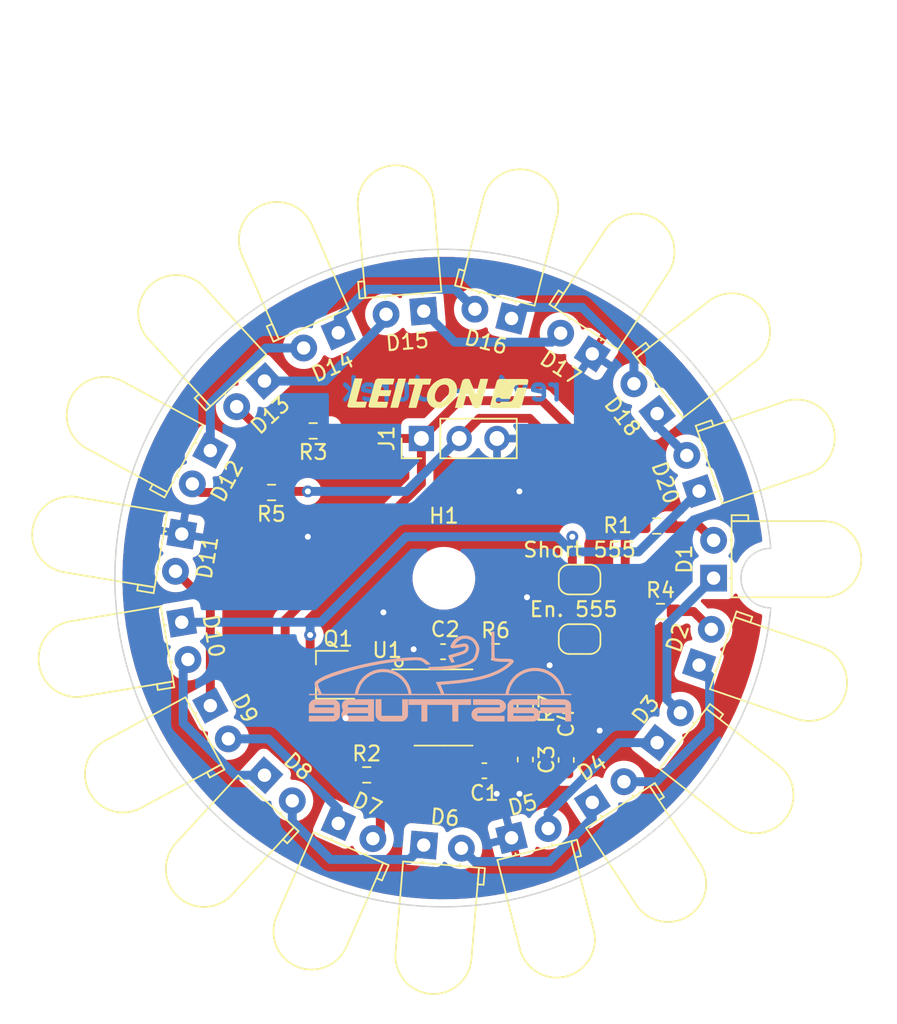
<source format=kicad_pcb>
(kicad_pcb (version 20211014) (generator pcbnew)

  (general
    (thickness 1.6)
  )

  (paper "A4")
  (layers
    (0 "F.Cu" signal)
    (31 "B.Cu" signal)
    (32 "B.Adhes" user "B.Adhesive")
    (33 "F.Adhes" user "F.Adhesive")
    (34 "B.Paste" user)
    (35 "F.Paste" user)
    (36 "B.SilkS" user "B.Silkscreen")
    (37 "F.SilkS" user "F.Silkscreen")
    (38 "B.Mask" user)
    (39 "F.Mask" user)
    (40 "Dwgs.User" user "User.Drawings")
    (41 "Cmts.User" user "User.Comments")
    (42 "Eco1.User" user "User.Eco1")
    (43 "Eco2.User" user "User.Eco2")
    (44 "Edge.Cuts" user)
    (45 "Margin" user)
    (46 "B.CrtYd" user "B.Courtyard")
    (47 "F.CrtYd" user "F.Courtyard")
    (48 "B.Fab" user)
    (49 "F.Fab" user)
    (50 "User.1" user)
    (51 "User.2" user)
    (52 "User.3" user)
    (53 "User.4" user)
    (54 "User.5" user)
    (55 "User.6" user)
    (56 "User.7" user)
    (57 "User.8" user)
    (58 "User.9" user)
  )

  (setup
    (stackup
      (layer "F.SilkS" (type "Top Silk Screen"))
      (layer "F.Paste" (type "Top Solder Paste"))
      (layer "F.Mask" (type "Top Solder Mask") (thickness 0.01))
      (layer "F.Cu" (type "copper") (thickness 0.035))
      (layer "dielectric 1" (type "core") (thickness 1.51) (material "FR4") (epsilon_r 4.5) (loss_tangent 0.02))
      (layer "B.Cu" (type "copper") (thickness 0.035))
      (layer "B.Mask" (type "Bottom Solder Mask") (thickness 0.01))
      (layer "B.Paste" (type "Bottom Solder Paste"))
      (layer "B.SilkS" (type "Bottom Silk Screen"))
      (copper_finish "None")
      (dielectric_constraints no)
    )
    (pad_to_mask_clearance 0)
    (pcbplotparams
      (layerselection 0x00010fc_ffffffff)
      (disableapertmacros false)
      (usegerberextensions false)
      (usegerberattributes true)
      (usegerberadvancedattributes true)
      (creategerberjobfile true)
      (svguseinch false)
      (svgprecision 6)
      (excludeedgelayer true)
      (plotframeref false)
      (viasonmask false)
      (mode 1)
      (useauxorigin false)
      (hpglpennumber 1)
      (hpglpenspeed 20)
      (hpglpendiameter 15.000000)
      (dxfpolygonmode true)
      (dxfimperialunits true)
      (dxfusepcbnewfont true)
      (psnegative false)
      (psa4output false)
      (plotreference true)
      (plotvalue true)
      (plotinvisibletext false)
      (sketchpadsonfab false)
      (subtractmaskfromsilk false)
      (outputformat 1)
      (mirror false)
      (drillshape 0)
      (scaleselection 1)
      (outputdirectory "Gerbers")
    )
  )

  (net 0 "")
  (net 1 "Net-(D1-Pad1)")
  (net 2 "Net-(D1-Pad2)")
  (net 3 "Net-(D2-Pad1)")
  (net 4 "GND")
  (net 5 "Net-(D4-Pad1)")
  (net 6 "Net-(D2-Pad2)")
  (net 7 "Net-(D3-Pad1)")
  (net 8 "Net-(D7-Pad1)")
  (net 9 "Net-(D7-Pad2)")
  (net 10 "Net-(D6-Pad1)")
  (net 11 "Net-(D12-Pad1)")
  (net 12 "Net-(D12-Pad2)")
  (net 13 "Net-(D13-Pad1)")
  (net 14 "Net-(D13-Pad2)")
  (net 15 "Net-(D16-Pad1)")
  (net 16 "Net-(D14-Pad1)")
  (net 17 "Net-(D15-Pad1)")
  (net 18 "Net-(D18-Pad1)")
  (net 19 "Net-(D10-Pad2)")
  (net 20 "RED-")
  (net 21 "Net-(D11-Pad2)")
  (net 22 "/TRIG")
  (net 23 "Net-(C1-Pad1)")
  (net 24 "RED")
  (net 25 "GREEN")
  (net 26 "Net-(Q1-Pad1)")
  (net 27 "RED-OSZ")
  (net 28 "Net-(R6-Pad2)")
  (net 29 "Net-(C3-Pad2)")

  (footprint "LED_THT:LED_D5.0mm_Horizontal_O1.27mm_Z3.0mm_Clear" (layer "F.Cu") (at 47.402247 77.540835 -99.47368421))

  (footprint "Package_TO_SOT_SMD:SOT-23W" (layer "F.Cu") (at 57.5 87 180))

  (footprint "LED_THT:LED_D5.0mm_Horizontal_O1.27mm_Z3.0mm_Clear" (layer "F.Cu") (at 69.575488 97.952741 14.21052632))

  (footprint "Capacitor_SMD:C_0603_1608Metric" (layer "F.Cu") (at 73.25 92.725 90))

  (footprint "Resistor_SMD:R_0603_1608Metric_Pad0.98x0.95mm_HandSolder" (layer "F.Cu") (at 53.4435 74.75 180))

  (footprint "Resistor_SMD:R_0603_1608Metric_Pad0.98x0.95mm_HandSolder" (layer "F.Cu") (at 79.5875 82.75))

  (footprint "LED_THT:LED_D5.0mm_Horizontal_O1.27mm_Z3.0mm_Clear" (layer "F.Cu") (at 57.926233 96.987456 -23.68421053))

  (footprint "LED_THT:LED_D5.0mm_Horizontal_O1.27mm_Z3.0mm_Clear" (layer "F.Cu") (at 83.15675 80.503537 90))

  (footprint "LED_THT:LED_D5.0mm_Horizontal_O1.27mm_Z3.0mm_Clear" (layer "F.Cu") (at 63.670322 98.442057 -4.736842105))

  (footprint "LED_THT:LED_D5.0mm_Horizontal_O1.27mm_Z3.0mm_Clear" (layer "F.Cu") (at 57.926233 64.019618 -156.3157895))

  (footprint "LED_THT:LED_D5.0mm_Horizontal_O1.27mm_Z3.0mm_Clear" (layer "F.Cu") (at 49.326223 89.07059 -61.57894737))

  (footprint "Resistor_SMD:R_0603_1608Metric_Pad0.98x0.95mm_HandSolder" (layer "F.Cu") (at 79.3375 77))

  (footprint "Capacitor_SMD:C_0603_1608Metric" (layer "F.Cu") (at 67.75 93.447))

  (footprint "LED_THT:LED_D5.0mm_Horizontal_O1.27mm_Z3.0mm_Clear" (layer "F.Cu") (at 49.326223 71.936484 -118.4210526))

  (footprint "Connector_PinHeader_2.54mm:PinHeader_1x03_P2.54mm_Vertical" (layer "F.Cu") (at 63.515 71.12 90))

  (footprint "Package_SO:SOIC-8_3.9x4.9mm_P1.27mm" (layer "F.Cu") (at 65 89.197))

  (footprint "LED_THT:LED_D5.0mm_Horizontal_O1.27mm_Z3.0mm_Clear" (layer "F.Cu") (at 47.402247 83.466239 -80.52631579))

  (footprint "LED_THT:LED_D5.0mm_Horizontal_O1.27mm_Z3.0mm_Clear" (layer "F.Cu") (at 75.001816 95.572533 33.15789474))

  (footprint "LED_THT:LED_D5.0mm_Horizontal_O1.27mm_Z3.0mm_Clear" (layer "F.Cu") (at 82.18146 74.658947 108.9473684))

  (footprint "Jumper:SolderJumper-2_P1.3mm_Open_RoundedPad1.0x1.5mm" (layer "F.Cu") (at 74.15 80.6))

  (footprint "footprints:LeitOn_small" (layer "F.Cu") (at 64.516 68.072))

  (footprint "Capacitor_SMD:C_0603_1608Metric" (layer "F.Cu") (at 70.5 92.697 -90))

  (footprint "LED_THT:LED_D5.0mm_Horizontal_O1.27mm_Z3.0mm_Clear" (layer "F.Cu") (at 63.670322 62.565017 -175.2631579))

  (footprint "LED_THT:LED_D5.0mm_Horizontal_O1.27mm_Z3.0mm_Clear" (layer "F.Cu") (at 82.18146 86.348127 71.05263158))

  (footprint "LED_THT:LED_D5.0mm_Horizontal_O1.27mm_Z3.0mm_Clear" (layer "F.Cu") (at 75.001816 65.434541 146.8421053))

  (footprint "LED_THT:LED_D5.0mm_Horizontal_O1.27mm_Z3.0mm_Clear" (layer "F.Cu") (at 52.965682 67.260507 -137.3684211))

  (footprint "Resistor_SMD:R_0603_1608Metric_Pad0.98x0.95mm_HandSolder" (layer "F.Cu") (at 56.2375 70.612 180))

  (footprint "MountingHole:MountingHole_3.2mm_M3" (layer "F.Cu") (at 65.024 80.518))

  (footprint "LED_THT:LED_D5.0mm_Horizontal_O1.27mm_Z3.0mm_Clear" (layer "F.Cu") (at 52.965682 93.746567 -42.63157895))

  (footprint "Resistor_SMD:R_0603_1608Metric_Pad0.98x0.95mm_HandSolder" (layer "F.Cu") (at 59.8375 93.726))

  (footprint "LED_THT:LED_D5.0mm_Horizontal_O1.27mm_Z3.0mm_Clear" (layer "F.Cu") (at 79.361279 91.559365 52.10526316))

  (footprint "Resistor_SMD:R_0603_1608Metric_Pad0.98x0.95mm_HandSolder" (layer "F.Cu") (at 70.5 89.2845 -90))

  (footprint "LED_THT:LED_D5.0mm_Horizontal_O1.27mm_Z3.0mm_Clear" (layer "F.Cu") (at 69.575488 63.054333 165.7894737))

  (footprint "Jumper:SolderJumper-2_P1.3mm_Open_RoundedPad1.0x1.5mm" (layer "F.Cu") (at 74.15 84.6))

  (footprint "LED_THT:LED_D5.0mm_Horizontal_O1.27mm_Z3.0mm_Clear" (layer "F.Cu")
    (tedit 5A6C9E1C) (tstamp f4f8401f-00e2-4058-8b4d-acf3075d7f77)
    (at 79.361279 69.447709 127.8947368)
    (descr "LED, diameter 5.0mm z-position of LED center 3.0mm, 2 pins")
    (tags "LED diameter 5.0mm z-position of LED center 3.0mm 2 pins")
    (property "Sheetfile" "TSAL.kicad_sch")
    (property "Sheetname" "")
    (path "/7796169d-2ad7-4251-a94c-c9ab75bbc1a4")
    (attr through_hole)
    (fp_text reference "D18" (at 1.27 -1.96 127.8947368) (layer "F.SilkS")
      (effects (font (size 1 1) (thickness 0.15)))
      (tstamp c36f7147-bc6f-4cbe-8b56-617ae1aaead3)
    )
    (fp_text value "LED_R" (at 1.27 10.93 127.8947368) (layer "F.Fab")
      (effects (font (size 1 1) (thickness 0.15)))
      (tstamp a6e79250-4ea1-4a1f-b168-c1d347acb43a)
    )
    (fp_text user "${REFERENCE}" (at 1.27 0 127.8947368) (layer "F.Fab")
      (effects (font (size 1 1) (thickness 0.15)))
      (tstamp 0a7da8e8-4a29-4619-8c2a-45042f49f661)
    )
    (fp_line (start 2.54 1.08) (end 2.54 1.08) (layer "F.SilkS") (width 0.12) (tstamp 13f293f5-71fa-4ce7-bfc1-43137bddb382))
    (fp_line (start 3.83 1.21) (end 4.23 1.21) (layer "F.SilkS") (width 0.12) (tstamp 20fac508-78eb-4aa5-add1-1566151feb66))
    (fp_line (start 0 1.21) (end 0 1.08) (layer "F.SilkS") (width 0.12) (tstamp 268c6477-051a-4631-8f4a-c86c47bf5102))
    (fp_line (start 0 1.08) (end 0 1.08) (layer "F.SilkS") (width 0.12) (tstamp 31f4dc6c-dde9-45e8-b29d-489d35e0f1d0))
    (fp_line (start 3.83 2.33) (end 3.83 1.21) (layer "F.SilkS") (width 0.12) (tstamp 491de0e1-cd41-47a4-a79b-f86c4b58fa87))
    (fp_line (start 3.83 1.21) (end 3.83 7.37) (layer "F.SilkS") (width 0.12) (tstamp 7bfe75c7-ef59-483f-8531-f86433a553f4))
    (fp_line (start 2.54 1.21) (end 2.54 1.21) (layer "F.SilkS") (width 0.12) (tstamp 7e4a5f4a-ba57-4793-9c6e-04e153b677a9))
    (fp_line (start 0 1.21) (end 0 1.21) (layer "F.SilkS") (width 0.12) (tstamp 9c3dbdfa-1d03-4398-9be7-f28a12c9bf19))
    (fp_line (start 4.23 1.21) (end 4.23 2.33) (layer "F.SilkS") (width 0.12) (tstamp 9d3292e9-89e
... [389380 chars truncated]
</source>
